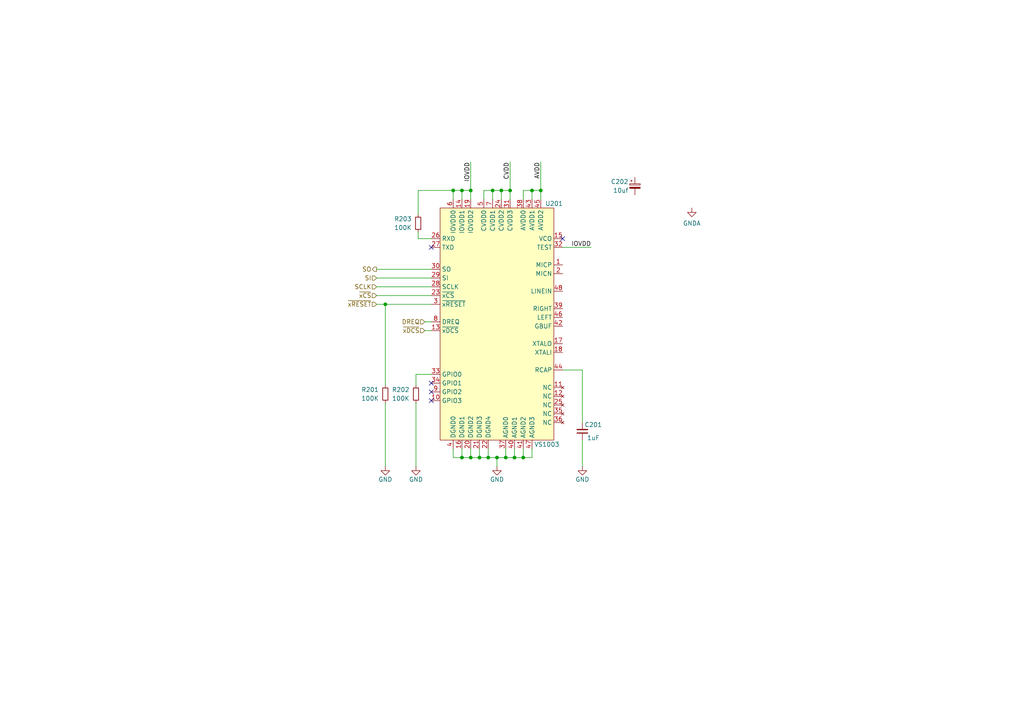
<source format=kicad_sch>
(kicad_sch (version 20211123) (generator eeschema)
  (paper "A4")
  (title_block (title "APRN Modem") (date "2022-08-01") (rev "${REVISION}") (company "Kitsune Scientific") (comment 4 "Release: ${FULL_REVISION}"))
  (lib_symbols
    (symbol "Device:C_Polarized_Small" (pin_numbers hide) (pin_names (offset 0.254) hide)
      (property "Reference" "C" (at 0.254 1.778 0))
      (property "Value" "C_Polarized_Small" (at 0.254 -2.032 0))
      (symbol "C_Polarized_Small_0_1"
        (rectangle (start -1.524 -0.3048) (end 1.524 -0.6858) (fill (type outline)))
        (rectangle (start -1.524 0.6858) (end 1.524 0.3048))
        (polyline (pts (xy -1.27 1.524) (xy -0.762 1.524)))
        (polyline (pts (xy -1.016 1.27) (xy -1.016 1.778)))
      )
      (symbol "C_Polarized_Small_1_1"
        (pin passive line (at 0 2.54 270) (length 1.8542) (name "~") (number "1"))
        (pin passive line (at 0 -2.54 90) (length 1.8542) (name "~") (number "2"))
      )
    )
    (symbol "Device:C_Small" (pin_numbers hide) (pin_names (offset 0.254) hide)
      (property "Reference" "C" (at 0.254 1.778 0))
      (property "Value" "C_Small" (at 0.254 -2.032 0))
      (symbol "C_Small_0_1"
        (polyline (pts (xy -1.524 -0.508) (xy 1.524 -0.508)) (stroke (width 0.3302)))
        (polyline (pts (xy -1.524 0.508) (xy 1.524 0.508)) (stroke (width 0.3048)))
      )
      (symbol "C_Small_1_1"
        (pin passive line (at 0 2.54 270) (length 2.032) (name "~") (number "1"))
        (pin passive line (at 0 -2.54 90) (length 2.032) (name "~") (number "2"))
      )
    )
    (symbol "Device:R_Small" (pin_numbers hide) (pin_names (offset 0.254) hide)
      (property "Reference" "R" (at 0.762 0.508 0))
      (property "Value" "R_Small" (at 0.762 -1.016 0))
      (symbol "R_Small_0_1"
        (rectangle (start -0.762 1.778) (end 0.762 -1.778) (stroke (width 0.2032)))
      )
      (symbol "R_Small_1_1"
        (pin passive line (at 0 2.54 270) (length 0.762) (name "~") (number "1"))
        (pin passive line (at 0 -2.54 90) (length 0.762) (name "~") (number "2"))
      )
    )
    (symbol "KenwoodFox:VS1003"
      (property "Reference" "U" (at 15.24 34.29 0))
      (property "Value" "VS1003" (at 15.24 -35.56 0))
      (symbol "VS1003_0_0"
        (pin no_connect line (at 19.05 -19.05 180) (length 2.54) (name "NC") (number "11"))
        (pin no_connect line (at 19.05 -21.59 180) (length 2.54) (name "NC") (number "12"))
        (pin no_connect line (at 19.05 -24.13 180) (length 2.54) (name "NC") (number "25"))
        (pin no_connect line (at 19.05 -26.67 180) (length 2.54) (name "NC") (number "35"))
        (pin no_connect line (at 19.05 -29.21 180) (length 2.54) (name "NC") (number "36"))
        (pin power_in line (at 2.54 -36.83 90) (length 2.54) (name "AGND0") (number "37"))
        (pin power_in line (at 7.62 35.56 270) (length 2.54) (name "AVDD0") (number "38"))
        (pin output line (at 19.05 3.81 180) (length 2.54) (name "RIGHT") (number "39"))
        (pin power_in line (at 5.08 -36.83 90) (length 2.54) (name "AGND1") (number "40"))
        (pin power_in line (at 7.62 -36.83 90) (length 2.54) (name "AGND2") (number "41"))
        (pin output line (at 19.05 -1.27 180) (length 2.54) (name "GBUF") (number "42"))
        (pin power_in line (at 10.16 35.56 270) (length 2.54) (name "AVDD1") (number "43"))
        (pin bidirectional line (at 19.05 -13.97 180) (length 2.54) (name "RCAP") (number "44"))
        (pin power_in line (at 12.7 35.56 270) (length 2.54) (name "AVDD2") (number "45"))
        (pin output line (at 19.05 1.27 180) (length 2.54) (name "LEFT") (number "46"))
        (pin power_in line (at 10.16 -36.83 90) (length 2.54) (name "AGND3") (number "47"))
        (pin input line (at 19.05 8.89 180) (length 2.54) (name "LINEIN") (number "48"))
      )
      (symbol "VS1003_0_1"
        (rectangle (start -16.51 33.02) (end 16.51 -34.29) (fill (type background)))
      )
      (symbol "VS1003_1_1"
        (pin input line (at 19.05 16.51 180) (length 2.54) (name "MICP") (number "1"))
        (pin bidirectional line (at -19.05 -22.86 0) (length 2.54) (name "GPIO3") (number "10"))
        (pin input line (at -19.05 -2.54 0) (length 2.54) (name "~{xDCS}") (number "13"))
        (pin power_in line (at -10.16 35.56 270) (length 2.54) (name "IOVDD1") (number "14"))
        (pin output line (at 19.05 24.13 180) (length 2.54) (name "VCO") (number "15"))
        (pin power_in line (at -10.16 -36.83 90) (length 2.54) (name "DGND1") (number "16"))
        (pin output line (at 19.05 -6.35 180) (length 2.54) (name "XTALO") (number "17"))
        (pin output line (at 19.05 -8.89 180) (length 2.54) (name "XTALI") (number "18"))
        (pin power_in line (at -7.62 35.56 270) (length 2.54) (name "IOVDD2") (number "19"))
        (pin input line (at 19.05 13.97 180) (length 2.54) (name "MICN") (number "2"))
        (pin power_in line (at -7.62 -36.83 90) (length 2.54) (name "DGND2") (number "20"))
        (pin power_in line (at -5.08 -36.83 90) (length 2.54) (name "DGND3") (number "21"))
        (pin power_in line (at -2.54 -36.83 90) (length 2.54) (name "DGND4") (number "22"))
        (pin input line (at -19.05 7.62 0) (length 2.54) (name "~{xCS}") (number "23"))
        (pin power_in line (at 1.27 35.56 270) (length 2.54) (name "CVDD2") (number "24"))
        (pin input line (at -19.05 24.13 0) (length 2.54) (name "RXD") (number "26"))
        (pin output line (at -19.05 21.59 0) (length 2.54) (name "TXD") (number "27"))
        (pin input line (at -19.05 10.16 0) (length 2.54) (name "SCLK") (number "28"))
        (pin input line (at -19.05 12.7 0) (length 2.54) (name "SI") (number "29"))
        (pin input line (at -19.05 5.08 0) (length 2.54) (name "~{xRESET}") (number "3"))
        (pin output line (at -19.05 15.24 0) (length 2.54) (name "SO") (number "30"))
        (pin power_in line (at 3.81 35.56 270) (length 2.54) (name "CVDD3") (number "31"))
        (pin input line (at 19.05 21.59 180) (length 2.54) (name "TEST") (number "32"))
        (pin bidirectional line (at -19.05 -15.24 0) (length 2.54) (name "GPIO0") (number "33"))
        (pin bidirectional line (at -19.05 -17.78 0) (length 2.54) (name "GPIO1") (number "34"))
        (pin power_in line (at -12.7 -36.83 90) (length 2.54) (name "DGND0") (number "4"))
        (pin power_in line (at -3.81 35.56 270) (length 2.54) (name "CVDD0") (number "5"))
        (pin power_in line (at -12.7 35.56 270) (length 2.54) (name "IOVDD0") (number "6"))
        (pin power_in line (at -1.27 35.56 270) (length 2.54) (name "CVDD1") (number "7"))
        (pin input line (at -19.05 0 0) (length 2.54) (name "DREQ") (number "8"))
        (pin bidirectional line (at -19.05 -20.32 0) (length 2.54) (name "GPIO2") (number "9"))
      )
    )
    (symbol "power:GND" (power) (pin_names (offset 0))
      (property "Value" "GND" (at 0 -3.81 0))
      (symbol "GND_0_1"
        (polyline (pts (xy 0 0) (xy 0 -1.27) (xy 1.27 -1.27) (xy 0 -2.54) (xy -1.27 -1.27) (xy 0 -1.27)))
      )
      (symbol "GND_1_1"
        (pin power_in line (at 0 0 270) (length 0) hide (name "GND") (number "1"))
      )
    )
    (symbol "power:GNDA" (power) (pin_names (offset 0))
      (property "Value" "GNDA" (at 0 -3.81 0))
      (symbol "GNDA_0_1"
        (polyline (pts (xy 0 0) (xy 0 -1.27) (xy 1.27 -1.27) (xy 0 -2.54) (xy -1.27 -1.27) (xy 0 -1.27)))
      )
      (symbol "GNDA_1_1"
        (pin power_in line (at 0 0 270) (length 0) hide (name "GNDA") (number "1"))
      )
    )
  )
  (junction (at 146.685 132.715))
  (junction (at 111.76 88.265))
  (junction (at 142.875 55.245))
  (junction (at 147.955 55.245))
  (junction (at 131.445 55.245))
  (junction (at 133.985 132.715))
  (junction (at 144.145 132.715))
  (junction (at 156.845 55.245))
  (junction (at 136.525 55.245))
  (junction (at 149.225 132.715))
  (junction (at 145.415 55.245))
  (junction (at 151.765 132.715))
  (junction (at 133.985 55.245))
  (junction (at 141.605 132.715))
  (junction (at 136.525 132.715))
  (junction (at 139.065 132.715))
  (junction (at 154.305 55.245))
  (no_connect (at 163.195 69.215))
  (no_connect (at 125.095 116.205))
  (no_connect (at 125.095 71.755))
  (no_connect (at 125.095 111.125))
  (no_connect (at 125.095 113.665))
  (wire (pts (xy 144.145 132.715) (xy 144.145 135.255)))
  (wire (pts (xy 136.525 132.715) (xy 139.065 132.715)))
  (wire (pts (xy 133.985 130.175) (xy 133.985 132.715)))
  (wire (pts (xy 154.305 130.175) (xy 154.305 132.715)))
  (wire (pts (xy 121.285 55.245) (xy 121.285 62.23)))
  (wire (pts (xy 125.095 108.585) (xy 120.65 108.585)))
  (wire (pts (xy 123.19 93.345) (xy 125.095 93.345)))
  (wire (pts (xy 149.225 130.175) (xy 149.225 132.715)))
  (wire (pts (xy 156.845 55.245) (xy 156.845 57.785)))
  (wire (pts (xy 154.305 55.245) (xy 156.845 55.245)))
  (wire (pts (xy 168.91 122.555) (xy 168.91 107.315)))
  (wire (pts (xy 163.195 107.315) (xy 168.91 107.315)))
  (wire (pts (xy 146.685 130.175) (xy 146.685 132.715)))
  (wire (pts (xy 136.525 46.99) (xy 136.525 55.245)))
  (wire (pts (xy 147.955 46.99) (xy 147.955 55.245)))
  (wire (pts (xy 133.985 55.245) (xy 131.445 55.245)))
  (wire (pts (xy 131.445 132.715) (xy 133.985 132.715)))
  (wire (pts (xy 133.985 132.715) (xy 136.525 132.715)))
  (wire (pts (xy 151.765 130.175) (xy 151.765 132.715)))
  (wire (pts (xy 131.445 55.245) (xy 131.445 57.785)))
  (wire (pts (xy 121.285 67.31) (xy 121.285 69.215)))
  (wire (pts (xy 145.415 55.245) (xy 147.955 55.245)))
  (wire (pts (xy 144.145 132.715) (xy 146.685 132.715)))
  (wire (pts (xy 111.76 116.84) (xy 111.76 135.255)))
  (wire (pts (xy 120.65 116.84) (xy 120.65 135.255)))
  (wire (pts (xy 154.305 55.245) (xy 154.305 57.785)))
  (wire (pts (xy 111.76 88.265) (xy 111.76 111.76)))
  (wire (pts (xy 121.285 69.215) (xy 125.095 69.215)))
  (wire (pts (xy 163.195 71.755) (xy 171.45 71.755)))
  (wire (pts (xy 133.985 55.245) (xy 133.985 57.785)))
  (wire (pts (xy 139.065 130.175) (xy 139.065 132.715)))
  (wire (pts (xy 147.955 55.245) (xy 147.955 57.785)))
  (wire (pts (xy 109.22 83.185) (xy 125.095 83.185)))
  (wire (pts (xy 109.22 88.265) (xy 111.76 88.265)))
  (wire (pts (xy 109.22 80.645) (xy 125.095 80.645)))
  (wire (pts (xy 149.225 132.715) (xy 151.765 132.715)))
  (wire (pts (xy 123.19 95.885) (xy 125.095 95.885)))
  (wire (pts (xy 142.875 55.245) (xy 142.875 57.785)))
  (wire (pts (xy 141.605 130.175) (xy 141.605 132.715)))
  (wire (pts (xy 120.65 108.585) (xy 120.65 111.76)))
  (wire (pts (xy 141.605 132.715) (xy 144.145 132.715)))
  (wire (pts (xy 140.335 57.785) (xy 140.335 55.245)))
  (wire (pts (xy 140.335 55.245) (xy 142.875 55.245)))
  (wire (pts (xy 151.765 55.245) (xy 154.305 55.245)))
  (wire (pts (xy 151.765 132.715) (xy 154.305 132.715)))
  (wire (pts (xy 131.445 130.175) (xy 131.445 132.715)))
  (wire (pts (xy 168.91 127.635) (xy 168.91 135.255)))
  (wire (pts (xy 151.765 57.785) (xy 151.765 55.245)))
  (wire (pts (xy 139.065 132.715) (xy 141.605 132.715)))
  (wire (pts (xy 131.445 55.245) (xy 121.285 55.245)))
  (wire (pts (xy 156.845 46.99) (xy 156.845 55.245)))
  (wire (pts (xy 146.685 132.715) (xy 149.225 132.715)))
  (wire (pts (xy 142.875 55.245) (xy 145.415 55.245)))
  (wire (pts (xy 136.525 130.175) (xy 136.525 132.715)))
  (wire (pts (xy 133.985 55.245) (xy 136.525 55.245)))
  (wire (pts (xy 111.76 88.265) (xy 125.095 88.265)))
  (wire (pts (xy 109.22 78.105) (xy 125.095 78.105)))
  (wire (pts (xy 109.22 85.725) (xy 125.095 85.725)))
  (wire (pts (xy 145.415 55.245) (xy 145.415 57.785)))
  (wire (pts (xy 136.525 55.245) (xy 136.525 57.785)))
  (label "IOVDD" (at 171.45 71.755 180))
  (label "AVDD" (at 156.845 46.99 270))
  (label "IOVDD" (at 136.525 46.99 270))
  (label "CVDD" (at 147.955 46.99 270))
  (hierarchical_label "SO" (shape output) (at 109.22 78.105 180))
  (hierarchical_label "~{xDCS}" (shape input) (at 123.19 95.885 180))
  (hierarchical_label "~{xRESET}" (shape input) (at 109.22 88.265 180))
  (hierarchical_label "SCLK" (shape input) (at 109.22 83.185 180))
  (hierarchical_label "SI" (shape input) (at 109.22 80.645 180))
  (hierarchical_label "~{xCS}" (shape input) (at 109.22 85.725 180))
  (hierarchical_label "DREQ" (shape input) (at 123.19 93.345 180))
  (symbol (lib_id "power:GND") (at 168.91 135.255 0) (unit 1)
    (property "Reference" "#PWR0204" (effects hide))
    (property "Value" "GND" (at 168.91 139.065 0))
  )
  (symbol (lib_id "KenwoodFox:VS1003") (at 144.145 93.345 0) (unit 1)
    (property "Reference" "U201" (at 158.115 59.055 0) (effects (justify left)))
    (property "Value" "VS1003" (at 154.94 128.905 0) (effects (justify left)))
    (property "Footprint" "Package_QFP:LQFP-48_7x7mm_P0.5mm" (effects hide))
    (property "Datasheet" "https://www.vlsi.fi/fileadmin/datasheets/vs1003.pdf" (effects hide))
  )
  (symbol (lib_id "power:GND") (at 144.145 135.255 0) (unit 1)
    (property "Reference" "#PWR0203" (effects hide))
    (property "Value" "GND" (at 144.145 139.065 0))
  )
  (symbol (lib_id "Device:R_Small") (at 121.285 64.77 0) (unit 1)
    (property "Reference" "R203" (at 114.3 63.5 0) (effects (justify left)))
    (property "Value" "100K" (at 114.3 66.04 0) (effects (justify left)))
    (property "Footprint" "Resistor_SMD:R_0805_2012Metric" (effects hide))
  )
  (symbol (lib_id "Device:R_Small") (at 111.76 114.3 0) (unit 1)
    (property "Reference" "R201" (at 104.775 113.03 0) (effects (justify left)))
    (property "Value" "100K" (at 104.775 115.57 0) (effects (justify left)))
    (property "Footprint" "Resistor_SMD:R_0805_2012Metric" (effects hide))
  )
  (symbol (lib_id "Device:R_Small") (at 120.65 114.3 0) (unit 1)
    (property "Reference" "R202" (at 113.665 113.03 0) (effects (justify left)))
    (property "Value" "100K" (at 113.665 115.57 0) (effects (justify left)))
    (property "Footprint" "Resistor_SMD:R_0805_2012Metric" (effects hide))
  )
  (symbol (lib_id "Device:C_Small") (at 168.91 125.095 180) (unit 1)
    (property "Reference" "C201" (at 172.085 123.19 0))
    (property "Value" "1uF" (at 172.085 127 0))
    (property "Footprint" "Capacitor_SMD:C_0805_2012Metric" (effects hide))
  )
  (symbol (lib_id "Device:C_Polarized_Small") (at 184.15 53.975 0) (unit 1)
    (property "Reference" "C202" (at 177.165 52.705 0) (effects (justify left)))
    (property "Value" "10uf" (at 177.8 55.245 0) (effects (justify left)))
    (property "Footprint" "Capacitor_SMD:CP_Elec_4x3" (effects hide))
  )
  (symbol (lib_id "power:GND") (at 111.76 135.255 0) (unit 1)
    (property "Reference" "#PWR0201" (effects hide))
    (property "Value" "GND" (at 111.76 139.065 0))
  )
  (symbol (lib_id "power:GNDA") (at 200.66 60.325 0) (unit 1)
    (property "Reference" "#PWR0205" (effects hide))
    (property "Value" "GNDA" (at 200.66 64.77 0))
  )
  (symbol (lib_id "power:GND") (at 120.65 135.255 0) (unit 1)
    (property "Reference" "#PWR0202" (effects hide))
    (property "Value" "GND" (at 120.65 139.065 0))
  )
)
</source>
